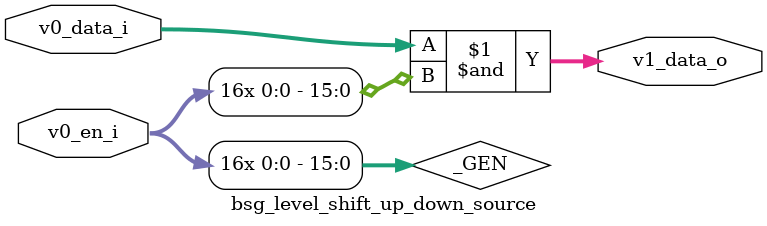
<source format=v>
module top(	// file.cleaned.mlir:2:3
  input         v0_en_i,	// file.cleaned.mlir:2:21
  input  [15:0] v0_data_i,	// file.cleaned.mlir:2:39
  output [15:0] v1_data_o	// file.cleaned.mlir:2:61
);

  bsg_level_shift_up_down_source wrapper (	// file.cleaned.mlir:3:26
    .v0_en_i   (v0_en_i),
    .v0_data_i (v0_data_i),
    .v1_data_o (v1_data_o)
  );	// file.cleaned.mlir:3:26
endmodule

module bsg_level_shift_up_down_source(	// file.cleaned.mlir:6:3
  input         v0_en_i,	// file.cleaned.mlir:6:56
  input  [15:0] v0_data_i,	// file.cleaned.mlir:6:74
  output [15:0] v1_data_o	// file.cleaned.mlir:6:96
);

  wire [15:0] _GEN;	// file.cleaned.mlir:8:10
  assign _GEN = {16{v0_en_i}};	// file.cleaned.mlir:8:10
  assign v1_data_o = v0_data_i & _GEN;	// file.cleaned.mlir:7:10, :8:10, :9:5
endmodule


</source>
